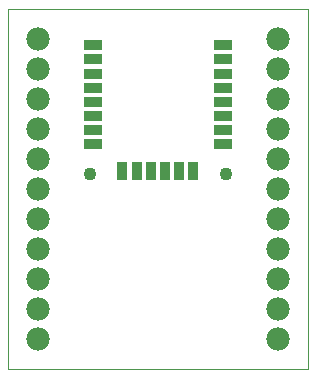
<source format=gts>
G75*
%MOIN*%
%OFA0B0*%
%FSLAX24Y24*%
%IPPOS*%
%LPD*%
%AMOC8*
5,1,8,0,0,1.08239X$1,22.5*
%
%ADD10C,0.0000*%
%ADD11C,0.0780*%
%ADD12R,0.0631X0.0355*%
%ADD13R,0.0355X0.0631*%
%ADD14C,0.0434*%
D10*
X000100Y000100D02*
X000100Y012100D01*
X010100Y012100D01*
X010100Y000100D02*
X000100Y000100D01*
X010100Y000100D02*
X010100Y012100D01*
D11*
X009100Y011100D03*
X009100Y010100D03*
X009100Y009100D03*
X009100Y008100D03*
X009100Y007100D03*
X009100Y006100D03*
X009100Y005100D03*
X009100Y004100D03*
X009100Y003100D03*
X009100Y002100D03*
X009100Y001100D03*
X001100Y001100D03*
X001100Y002100D03*
X001100Y003100D03*
X001100Y004100D03*
X001100Y005100D03*
X001100Y006100D03*
X001100Y007100D03*
X001100Y008100D03*
X001100Y009100D03*
X001100Y010100D03*
X001100Y011100D03*
D12*
X002948Y010891D03*
X002948Y010419D03*
X002948Y009946D03*
X002948Y009474D03*
X002948Y009002D03*
X002948Y008529D03*
X002948Y008057D03*
X002948Y007584D03*
X007279Y007584D03*
X007279Y008057D03*
X007279Y008529D03*
X007279Y009002D03*
X007279Y009474D03*
X007279Y009946D03*
X007279Y010419D03*
X007279Y010891D03*
D13*
X006295Y006698D03*
X005822Y006698D03*
X005350Y006698D03*
X004878Y006698D03*
X004405Y006698D03*
X003933Y006698D03*
D14*
X002850Y006600D03*
X007378Y006600D03*
M02*

</source>
